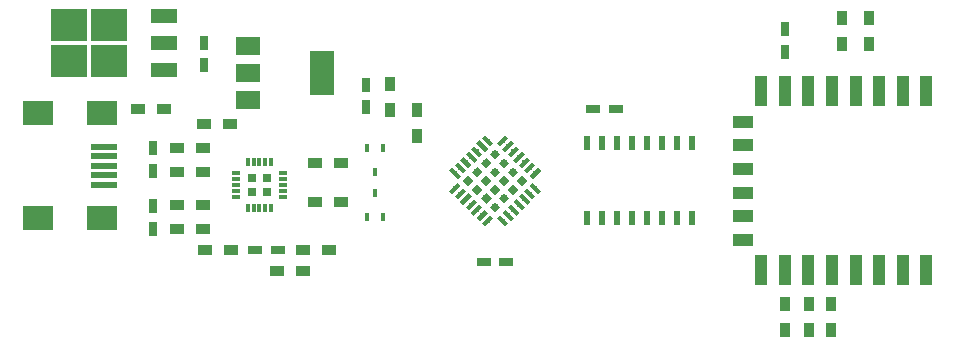
<source format=gbr>
G04 #@! TF.GenerationSoftware,KiCad,Pcbnew,(5.0.0)*
G04 #@! TF.CreationDate,2018-11-26T12:29:23+08:00*
G04 #@! TF.ProjectId,Clouduino Stratus Rev 1,436C6F756475696E6F20537472617475,rev?*
G04 #@! TF.SameCoordinates,Original*
G04 #@! TF.FileFunction,Paste,Top*
G04 #@! TF.FilePolarity,Positive*
%FSLAX46Y46*%
G04 Gerber Fmt 4.6, Leading zero omitted, Abs format (unit mm)*
G04 Created by KiCad (PCBNEW (5.0.0)) date 11/26/18 12:29:23*
%MOMM*%
%LPD*%
G01*
G04 APERTURE LIST*
%ADD10R,1.200000X0.900000*%
%ADD11R,1.200000X0.750000*%
%ADD12R,0.750000X1.200000*%
%ADD13R,0.900000X1.200000*%
%ADD14R,2.500000X2.000000*%
%ADD15R,2.300000X0.500000*%
%ADD16R,0.450000X0.700000*%
%ADD17C,0.637500*%
%ADD18C,0.100000*%
%ADD19C,0.370000*%
%ADD20R,2.000000X1.500000*%
%ADD21R,2.000000X3.800000*%
%ADD22R,1.000000X2.500000*%
%ADD23R,1.800000X1.000000*%
%ADD24R,0.508000X1.143000*%
%ADD25R,0.750000X0.750000*%
%ADD26R,0.730000X0.300000*%
%ADD27R,0.300000X0.730000*%
%ADD28R,2.200000X1.200000*%
%ADD29R,3.050000X2.750000*%
G04 APERTURE END LIST*
D10*
G04 #@! TO.C,R11*
X100838000Y-68580000D03*
X103038000Y-68580000D03*
G04 #@! TD*
D11*
G04 #@! TO.C,C1*
X115128000Y-73660000D03*
X117028000Y-73660000D03*
G04 #@! TD*
D12*
G04 #@! TO.C,C2*
X91440000Y-57018000D03*
X91440000Y-55118000D03*
G04 #@! TD*
G04 #@! TO.C,C3*
X140589000Y-55880000D03*
X140589000Y-53980000D03*
G04 #@! TD*
G04 #@! TO.C,C4*
X105156000Y-58674000D03*
X105156000Y-60574000D03*
G04 #@! TD*
G04 #@! TO.C,C5*
X87122000Y-64074000D03*
X87122000Y-65974000D03*
G04 #@! TD*
G04 #@! TO.C,C6*
X87122000Y-68966000D03*
X87122000Y-70866000D03*
G04 #@! TD*
D11*
G04 #@! TO.C,C7*
X97658000Y-72644000D03*
X95758000Y-72644000D03*
G04 #@! TD*
G04 #@! TO.C,C8*
X126299000Y-60706000D03*
X124399000Y-60706000D03*
G04 #@! TD*
D13*
G04 #@! TO.C,POWER*
X109474000Y-60792000D03*
X109474000Y-62992000D03*
G04 #@! TD*
D10*
G04 #@! TO.C,D4*
X89154000Y-70866000D03*
X91354000Y-70866000D03*
G04 #@! TD*
G04 #@! TO.C,D5*
X89154000Y-64008000D03*
X91354000Y-64008000D03*
G04 #@! TD*
D14*
G04 #@! TO.C,J1*
X77337000Y-69977000D03*
X82837000Y-69977000D03*
X77337000Y-61077000D03*
X82837000Y-61077000D03*
D15*
X82937000Y-67127000D03*
X82937000Y-66327000D03*
X82937000Y-65527000D03*
X82937000Y-64727000D03*
X82937000Y-63927000D03*
G04 #@! TD*
D10*
G04 #@! TO.C,L1*
X85852000Y-60706000D03*
X88051998Y-60706000D03*
G04 #@! TD*
D16*
G04 #@! TO.C,Q1*
X105918000Y-67834000D03*
X106568000Y-69834000D03*
X105268000Y-69834000D03*
G04 #@! TD*
G04 #@! TO.C,Q2*
X106568000Y-64024000D03*
X105268000Y-64024000D03*
X105918000Y-66024000D03*
G04 #@! TD*
D13*
G04 #@! TO.C,R1*
X107188000Y-60790000D03*
X107188000Y-58590000D03*
G04 #@! TD*
G04 #@! TO.C,R2*
X145415000Y-55245000D03*
X145415000Y-53045000D03*
G04 #@! TD*
D10*
G04 #@! TO.C,R3*
X91354000Y-66040000D03*
X89154000Y-66040000D03*
G04 #@! TD*
G04 #@! TO.C,R4*
X89154000Y-68834000D03*
X91354000Y-68834000D03*
G04 #@! TD*
D13*
G04 #@! TO.C,R5*
X144526000Y-77216000D03*
X144526000Y-79416000D03*
G04 #@! TD*
G04 #@! TO.C,R6*
X140589000Y-79416000D03*
X140589000Y-77216000D03*
G04 #@! TD*
D10*
G04 #@! TO.C,R7*
X99822000Y-72644000D03*
X102022000Y-72644000D03*
G04 #@! TD*
D13*
G04 #@! TO.C,R8*
X142621000Y-79416000D03*
X142621000Y-77216000D03*
G04 #@! TD*
D10*
G04 #@! TO.C,R9*
X97622000Y-74422000D03*
X99822000Y-74422000D03*
G04 #@! TD*
D13*
G04 #@! TO.C,R10*
X147701000Y-53045000D03*
X147701000Y-55245000D03*
G04 #@! TD*
D10*
G04 #@! TO.C,R12*
X100838000Y-65278000D03*
X103038000Y-65278000D03*
G04 #@! TD*
G04 #@! TO.C,R13*
X91526000Y-72644000D03*
X93726000Y-72644000D03*
G04 #@! TD*
G04 #@! TO.C,R14*
X91440000Y-61976000D03*
X93640000Y-61976000D03*
G04 #@! TD*
D17*
G04 #@! TO.C,U1*
X113824097Y-66802000D03*
D18*
G36*
X113824097Y-67252781D02*
X113373316Y-66802000D01*
X113824097Y-66351219D01*
X114274878Y-66802000D01*
X113824097Y-67252781D01*
X113824097Y-67252781D01*
G37*
D17*
X114575398Y-67553301D03*
D18*
G36*
X114575398Y-68004082D02*
X114124617Y-67553301D01*
X114575398Y-67102520D01*
X115026179Y-67553301D01*
X114575398Y-68004082D01*
X114575398Y-68004082D01*
G37*
D17*
X115326699Y-68304602D03*
D18*
G36*
X115326699Y-68755383D02*
X114875918Y-68304602D01*
X115326699Y-67853821D01*
X115777480Y-68304602D01*
X115326699Y-68755383D01*
X115326699Y-68755383D01*
G37*
D17*
X116078000Y-69055903D03*
D18*
G36*
X116078000Y-69506684D02*
X115627219Y-69055903D01*
X116078000Y-68605122D01*
X116528781Y-69055903D01*
X116078000Y-69506684D01*
X116078000Y-69506684D01*
G37*
D17*
X114575398Y-66050699D03*
D18*
G36*
X114575398Y-66501480D02*
X114124617Y-66050699D01*
X114575398Y-65599918D01*
X115026179Y-66050699D01*
X114575398Y-66501480D01*
X114575398Y-66501480D01*
G37*
D17*
X115326699Y-66802000D03*
D18*
G36*
X115326699Y-67252781D02*
X114875918Y-66802000D01*
X115326699Y-66351219D01*
X115777480Y-66802000D01*
X115326699Y-67252781D01*
X115326699Y-67252781D01*
G37*
D17*
X116078000Y-67553301D03*
D18*
G36*
X116078000Y-68004082D02*
X115627219Y-67553301D01*
X116078000Y-67102520D01*
X116528781Y-67553301D01*
X116078000Y-68004082D01*
X116078000Y-68004082D01*
G37*
D17*
X116829301Y-68304602D03*
D18*
G36*
X116829301Y-68755383D02*
X116378520Y-68304602D01*
X116829301Y-67853821D01*
X117280082Y-68304602D01*
X116829301Y-68755383D01*
X116829301Y-68755383D01*
G37*
D17*
X115326699Y-65299398D03*
D18*
G36*
X115326699Y-65750179D02*
X114875918Y-65299398D01*
X115326699Y-64848617D01*
X115777480Y-65299398D01*
X115326699Y-65750179D01*
X115326699Y-65750179D01*
G37*
D17*
X116078000Y-66050699D03*
D18*
G36*
X116078000Y-66501480D02*
X115627219Y-66050699D01*
X116078000Y-65599918D01*
X116528781Y-66050699D01*
X116078000Y-66501480D01*
X116078000Y-66501480D01*
G37*
D17*
X116829301Y-66802000D03*
D18*
G36*
X116829301Y-67252781D02*
X116378520Y-66802000D01*
X116829301Y-66351219D01*
X117280082Y-66802000D01*
X116829301Y-67252781D01*
X116829301Y-67252781D01*
G37*
D17*
X117580602Y-67553301D03*
D18*
G36*
X117580602Y-68004082D02*
X117129821Y-67553301D01*
X117580602Y-67102520D01*
X118031383Y-67553301D01*
X117580602Y-68004082D01*
X117580602Y-68004082D01*
G37*
D17*
X116078000Y-64548097D03*
D18*
G36*
X116078000Y-64998878D02*
X115627219Y-64548097D01*
X116078000Y-64097316D01*
X116528781Y-64548097D01*
X116078000Y-64998878D01*
X116078000Y-64998878D01*
G37*
D17*
X116829301Y-65299398D03*
D18*
G36*
X116829301Y-65750179D02*
X116378520Y-65299398D01*
X116829301Y-64848617D01*
X117280082Y-65299398D01*
X116829301Y-65750179D01*
X116829301Y-65750179D01*
G37*
D17*
X117580602Y-66050699D03*
D18*
G36*
X117580602Y-66501480D02*
X117129821Y-66050699D01*
X117580602Y-65599918D01*
X118031383Y-66050699D01*
X117580602Y-66501480D01*
X117580602Y-66501480D01*
G37*
D17*
X118331903Y-66802000D03*
D18*
G36*
X118331903Y-67252781D02*
X117881122Y-66802000D01*
X118331903Y-66351219D01*
X118782684Y-66802000D01*
X118331903Y-67252781D01*
X118331903Y-67252781D01*
G37*
D19*
X112683887Y-66165604D03*
D18*
G36*
X113168255Y-66388343D02*
X112906626Y-66649972D01*
X112199519Y-65942865D01*
X112461148Y-65681236D01*
X113168255Y-66388343D01*
X113168255Y-66388343D01*
G37*
D19*
X113143507Y-65705984D03*
D18*
G36*
X113627875Y-65928723D02*
X113366246Y-66190352D01*
X112659139Y-65483245D01*
X112920768Y-65221616D01*
X113627875Y-65928723D01*
X113627875Y-65928723D01*
G37*
D19*
X113603126Y-65246365D03*
D18*
G36*
X114087494Y-65469104D02*
X113825865Y-65730733D01*
X113118758Y-65023626D01*
X113380387Y-64761997D01*
X114087494Y-65469104D01*
X114087494Y-65469104D01*
G37*
D19*
X114062746Y-64786746D03*
D18*
G36*
X114547114Y-65009485D02*
X114285485Y-65271114D01*
X113578378Y-64564007D01*
X113840007Y-64302378D01*
X114547114Y-65009485D01*
X114547114Y-65009485D01*
G37*
D19*
X114522365Y-64327126D03*
D18*
G36*
X115006733Y-64549865D02*
X114745104Y-64811494D01*
X114037997Y-64104387D01*
X114299626Y-63842758D01*
X115006733Y-64549865D01*
X115006733Y-64549865D01*
G37*
D19*
X114981984Y-63867507D03*
D18*
G36*
X115466352Y-64090246D02*
X115204723Y-64351875D01*
X114497616Y-63644768D01*
X114759245Y-63383139D01*
X115466352Y-64090246D01*
X115466352Y-64090246D01*
G37*
D19*
X115441604Y-63407887D03*
D18*
G36*
X115925972Y-63630626D02*
X115664343Y-63892255D01*
X114957236Y-63185148D01*
X115218865Y-62923519D01*
X115925972Y-63630626D01*
X115925972Y-63630626D01*
G37*
D19*
X116714396Y-63407887D03*
D18*
G36*
X116491657Y-63892255D02*
X116230028Y-63630626D01*
X116937135Y-62923519D01*
X117198764Y-63185148D01*
X116491657Y-63892255D01*
X116491657Y-63892255D01*
G37*
D19*
X117174016Y-63867507D03*
D18*
G36*
X116951277Y-64351875D02*
X116689648Y-64090246D01*
X117396755Y-63383139D01*
X117658384Y-63644768D01*
X116951277Y-64351875D01*
X116951277Y-64351875D01*
G37*
D19*
X117633635Y-64327126D03*
D18*
G36*
X117410896Y-64811494D02*
X117149267Y-64549865D01*
X117856374Y-63842758D01*
X118118003Y-64104387D01*
X117410896Y-64811494D01*
X117410896Y-64811494D01*
G37*
D19*
X118093254Y-64786746D03*
D18*
G36*
X117870515Y-65271114D02*
X117608886Y-65009485D01*
X118315993Y-64302378D01*
X118577622Y-64564007D01*
X117870515Y-65271114D01*
X117870515Y-65271114D01*
G37*
D19*
X118552874Y-65246365D03*
D18*
G36*
X118330135Y-65730733D02*
X118068506Y-65469104D01*
X118775613Y-64761997D01*
X119037242Y-65023626D01*
X118330135Y-65730733D01*
X118330135Y-65730733D01*
G37*
D19*
X119012493Y-65705984D03*
D18*
G36*
X118789754Y-66190352D02*
X118528125Y-65928723D01*
X119235232Y-65221616D01*
X119496861Y-65483245D01*
X118789754Y-66190352D01*
X118789754Y-66190352D01*
G37*
D19*
X119472113Y-66165604D03*
D18*
G36*
X119249374Y-66649972D02*
X118987745Y-66388343D01*
X119694852Y-65681236D01*
X119956481Y-65942865D01*
X119249374Y-66649972D01*
X119249374Y-66649972D01*
G37*
D19*
X119472113Y-67438396D03*
D18*
G36*
X119956481Y-67661135D02*
X119694852Y-67922764D01*
X118987745Y-67215657D01*
X119249374Y-66954028D01*
X119956481Y-67661135D01*
X119956481Y-67661135D01*
G37*
D19*
X119012493Y-67898016D03*
D18*
G36*
X119496861Y-68120755D02*
X119235232Y-68382384D01*
X118528125Y-67675277D01*
X118789754Y-67413648D01*
X119496861Y-68120755D01*
X119496861Y-68120755D01*
G37*
D19*
X118552874Y-68357635D03*
D18*
G36*
X119037242Y-68580374D02*
X118775613Y-68842003D01*
X118068506Y-68134896D01*
X118330135Y-67873267D01*
X119037242Y-68580374D01*
X119037242Y-68580374D01*
G37*
D19*
X118093254Y-68817254D03*
D18*
G36*
X118577622Y-69039993D02*
X118315993Y-69301622D01*
X117608886Y-68594515D01*
X117870515Y-68332886D01*
X118577622Y-69039993D01*
X118577622Y-69039993D01*
G37*
D19*
X117633635Y-69276874D03*
D18*
G36*
X118118003Y-69499613D02*
X117856374Y-69761242D01*
X117149267Y-69054135D01*
X117410896Y-68792506D01*
X118118003Y-69499613D01*
X118118003Y-69499613D01*
G37*
D19*
X117174016Y-69736493D03*
D18*
G36*
X117658384Y-69959232D02*
X117396755Y-70220861D01*
X116689648Y-69513754D01*
X116951277Y-69252125D01*
X117658384Y-69959232D01*
X117658384Y-69959232D01*
G37*
D19*
X116714396Y-70196113D03*
D18*
G36*
X117198764Y-70418852D02*
X116937135Y-70680481D01*
X116230028Y-69973374D01*
X116491657Y-69711745D01*
X117198764Y-70418852D01*
X117198764Y-70418852D01*
G37*
D19*
X115441604Y-70196113D03*
D18*
G36*
X115218865Y-70680481D02*
X114957236Y-70418852D01*
X115664343Y-69711745D01*
X115925972Y-69973374D01*
X115218865Y-70680481D01*
X115218865Y-70680481D01*
G37*
D19*
X114981984Y-69736493D03*
D18*
G36*
X114759245Y-70220861D02*
X114497616Y-69959232D01*
X115204723Y-69252125D01*
X115466352Y-69513754D01*
X114759245Y-70220861D01*
X114759245Y-70220861D01*
G37*
D19*
X114522365Y-69276874D03*
D18*
G36*
X114299626Y-69761242D02*
X114037997Y-69499613D01*
X114745104Y-68792506D01*
X115006733Y-69054135D01*
X114299626Y-69761242D01*
X114299626Y-69761242D01*
G37*
D19*
X114062746Y-68817254D03*
D18*
G36*
X113840007Y-69301622D02*
X113578378Y-69039993D01*
X114285485Y-68332886D01*
X114547114Y-68594515D01*
X113840007Y-69301622D01*
X113840007Y-69301622D01*
G37*
D19*
X113603126Y-68357635D03*
D18*
G36*
X113380387Y-68842003D02*
X113118758Y-68580374D01*
X113825865Y-67873267D01*
X114087494Y-68134896D01*
X113380387Y-68842003D01*
X113380387Y-68842003D01*
G37*
D19*
X113143507Y-67898016D03*
D18*
G36*
X112920768Y-68382384D02*
X112659139Y-68120755D01*
X113366246Y-67413648D01*
X113627875Y-67675277D01*
X112920768Y-68382384D01*
X112920768Y-68382384D01*
G37*
D19*
X112683887Y-67438396D03*
D18*
G36*
X112461148Y-67922764D02*
X112199519Y-67661135D01*
X112906626Y-66954028D01*
X113168255Y-67215657D01*
X112461148Y-67922764D01*
X112461148Y-67922764D01*
G37*
G04 #@! TD*
D20*
G04 #@! TO.C,U2*
X95148000Y-55358000D03*
X95148000Y-59958000D03*
X95148000Y-57658000D03*
D21*
X101448000Y-57658000D03*
G04 #@! TD*
D22*
G04 #@! TO.C,U3*
X152598000Y-74402000D03*
X150598000Y-74402000D03*
X148598000Y-74402000D03*
X146598000Y-74402000D03*
X144598000Y-74402000D03*
X142598000Y-74402000D03*
X140598000Y-74402000D03*
X138598000Y-74402000D03*
D23*
X137098000Y-71802000D03*
X137098000Y-69802000D03*
X137098000Y-67802000D03*
X137098000Y-65802000D03*
X137098000Y-63802000D03*
X137098000Y-61802000D03*
D22*
X138598000Y-59202000D03*
X140598000Y-59202000D03*
X142598000Y-59202000D03*
X144598000Y-59202000D03*
X146598000Y-59202000D03*
X148598000Y-59202000D03*
X150598000Y-59202000D03*
X152598000Y-59202000D03*
G04 #@! TD*
D24*
G04 #@! TO.C,U4*
X125095000Y-63627000D03*
X123825000Y-69977000D03*
X125095000Y-69977000D03*
X126365000Y-69977000D03*
X127635000Y-69977000D03*
X128905000Y-69977000D03*
X130175000Y-69977000D03*
X131445000Y-69977000D03*
X132715000Y-69977000D03*
X132715000Y-63627000D03*
X131445000Y-63627000D03*
X130175000Y-63627000D03*
X128905000Y-63627000D03*
X127635000Y-63627000D03*
X126365000Y-63627000D03*
X123825000Y-63627000D03*
G04 #@! TD*
D25*
G04 #@! TO.C,U5*
X96754000Y-66548000D03*
X95504000Y-66548000D03*
X96754000Y-67798000D03*
X95504000Y-67798000D03*
D26*
X98094000Y-66173000D03*
X98094000Y-66673000D03*
X98094000Y-67173000D03*
X98094000Y-67673000D03*
X98094000Y-68173000D03*
D27*
X97129000Y-69138000D03*
X96629000Y-69138000D03*
X96129000Y-69138000D03*
X95629000Y-69138000D03*
X95129000Y-69138000D03*
D26*
X94164000Y-68173000D03*
X94164000Y-67673000D03*
X94164000Y-67173000D03*
X94164000Y-66673000D03*
X94164000Y-66173000D03*
D27*
X95129000Y-65208000D03*
X95629000Y-65208000D03*
X96129000Y-65208000D03*
X96629000Y-65208000D03*
X97129000Y-65208000D03*
G04 #@! TD*
D28*
G04 #@! TO.C,D1*
X88020000Y-57398000D03*
X88020000Y-55118000D03*
X88020000Y-52838000D03*
D29*
X80045000Y-53593000D03*
X83395000Y-56643000D03*
X80045000Y-56643000D03*
X83395000Y-53593000D03*
G04 #@! TD*
M02*

</source>
